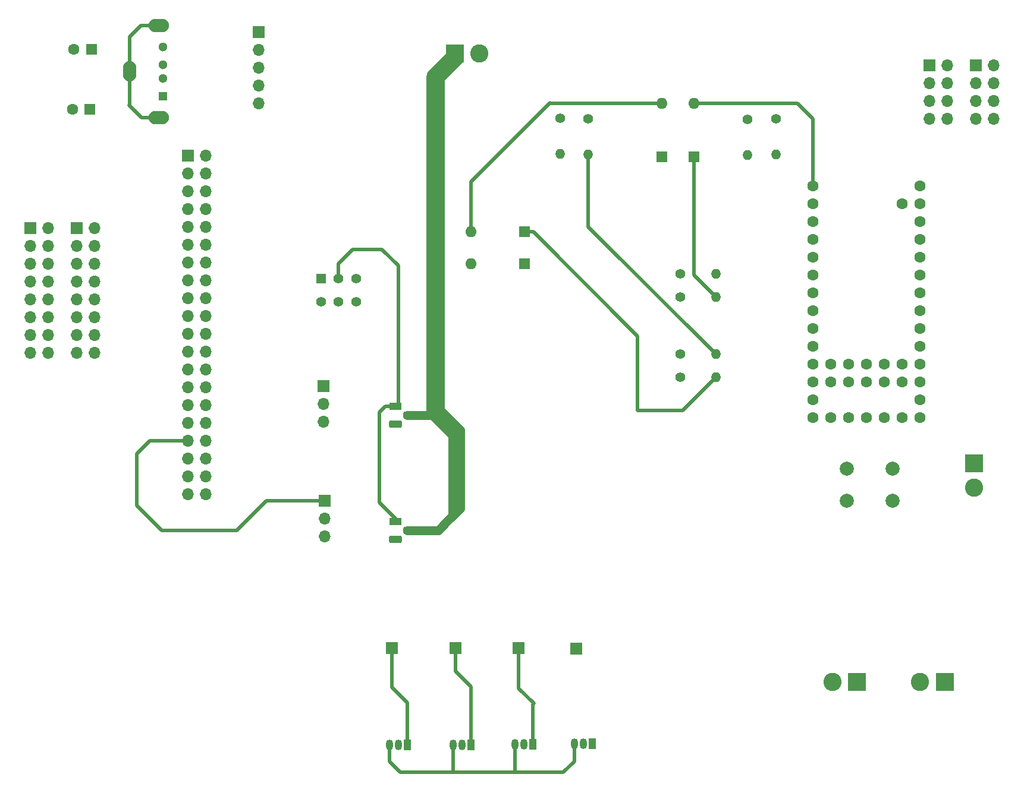
<source format=gbr>
%TF.GenerationSoftware,KiCad,Pcbnew,6.0.2-378541a8eb~116~ubuntu20.04.1*%
%TF.CreationDate,2022-03-03T13:02:12+02:00*%
%TF.ProjectId,system,73797374-656d-42e6-9b69-6361645f7063,rev?*%
%TF.SameCoordinates,Original*%
%TF.FileFunction,Copper,L2,Bot*%
%TF.FilePolarity,Positive*%
%FSLAX46Y46*%
G04 Gerber Fmt 4.6, Leading zero omitted, Abs format (unit mm)*
G04 Created by KiCad (PCBNEW 6.0.2-378541a8eb~116~ubuntu20.04.1) date 2022-03-03 13:02:12*
%MOMM*%
%LPD*%
G01*
G04 APERTURE LIST*
G04 Aperture macros list*
%AMRoundRect*
0 Rectangle with rounded corners*
0 $1 Rounding radius*
0 $2 $3 $4 $5 $6 $7 $8 $9 X,Y pos of 4 corners*
0 Add a 4 corners polygon primitive as box body*
4,1,4,$2,$3,$4,$5,$6,$7,$8,$9,$2,$3,0*
0 Add four circle primitives for the rounded corners*
1,1,$1+$1,$2,$3*
1,1,$1+$1,$4,$5*
1,1,$1+$1,$6,$7*
1,1,$1+$1,$8,$9*
0 Add four rect primitives between the rounded corners*
20,1,$1+$1,$2,$3,$4,$5,0*
20,1,$1+$1,$4,$5,$6,$7,0*
20,1,$1+$1,$6,$7,$8,$9,0*
20,1,$1+$1,$8,$9,$2,$3,0*%
G04 Aperture macros list end*
%TA.AperFunction,ComponentPad*%
%ADD10R,1.700000X1.700000*%
%TD*%
%TA.AperFunction,ComponentPad*%
%ADD11C,1.400000*%
%TD*%
%TA.AperFunction,ComponentPad*%
%ADD12O,1.400000X1.400000*%
%TD*%
%TA.AperFunction,ComponentPad*%
%ADD13O,1.700000X1.700000*%
%TD*%
%TA.AperFunction,ComponentPad*%
%ADD14R,1.050000X1.500000*%
%TD*%
%TA.AperFunction,ComponentPad*%
%ADD15O,1.050000X1.500000*%
%TD*%
%TA.AperFunction,ComponentPad*%
%ADD16R,1.600000X1.600000*%
%TD*%
%TA.AperFunction,ComponentPad*%
%ADD17C,1.600000*%
%TD*%
%TA.AperFunction,ComponentPad*%
%ADD18O,1.600000X1.600000*%
%TD*%
%TA.AperFunction,ComponentPad*%
%ADD19R,2.600000X2.600000*%
%TD*%
%TA.AperFunction,ComponentPad*%
%ADD20C,2.600000*%
%TD*%
%TA.AperFunction,ComponentPad*%
%ADD21R,1.800000X1.100000*%
%TD*%
%TA.AperFunction,ComponentPad*%
%ADD22RoundRect,0.275000X-0.625000X0.275000X-0.625000X-0.275000X0.625000X-0.275000X0.625000X0.275000X0*%
%TD*%
%TA.AperFunction,ComponentPad*%
%ADD23C,2.000000*%
%TD*%
%TA.AperFunction,ComponentPad*%
%ADD24R,1.300000X1.300000*%
%TD*%
%TA.AperFunction,ComponentPad*%
%ADD25C,1.300000*%
%TD*%
%TA.AperFunction,ComponentPad*%
%ADD26O,2.900000X1.900000*%
%TD*%
%TA.AperFunction,ComponentPad*%
%ADD27O,1.900000X2.900000*%
%TD*%
%TA.AperFunction,ComponentPad*%
%ADD28R,1.400000X1.400000*%
%TD*%
%TA.AperFunction,Conductor*%
%ADD29C,0.500000*%
%TD*%
%TA.AperFunction,Conductor*%
%ADD30C,1.300000*%
%TD*%
%TA.AperFunction,Conductor*%
%ADD31C,2.600000*%
%TD*%
G04 APERTURE END LIST*
D10*
%TO.P,Sol4,1*%
%TO.N,Net-(Q1-Pad1)*%
X178800000Y-125400000D03*
%TD*%
%TO.P,Sol2,1*%
%TO.N,Net-(Q3-Pad1)*%
X169900000Y-125400000D03*
%TD*%
D11*
%TO.P,R6,1*%
%TO.N,/Encoder_2_A*%
X201832000Y-83474000D03*
D12*
%TO.P,R6,2*%
%TO.N,Net-(D3-Pad1)*%
X206912000Y-83474000D03*
%TD*%
D11*
%TO.P,R7,1*%
%TO.N,Net-(R1-Pad1)*%
X184772000Y-49834000D03*
D12*
%TO.P,R7,2*%
%TO.N,Net-(D4-Pad1)*%
X184772000Y-54914000D03*
%TD*%
D10*
%TO.P,J12,1,Pin_1*%
%TO.N,unconnected-(J12-Pad1)*%
X243925000Y-42300000D03*
D13*
%TO.P,J12,2,Pin_2*%
%TO.N,unconnected-(J12-Pad2)*%
X246465000Y-42300000D03*
%TO.P,J12,3,Pin_3*%
%TO.N,unconnected-(J12-Pad3)*%
X243925000Y-44840000D03*
%TO.P,J12,4,Pin_4*%
%TO.N,unconnected-(J12-Pad4)*%
X246465000Y-44840000D03*
%TO.P,J12,5,Pin_5*%
%TO.N,unconnected-(J12-Pad5)*%
X243925000Y-47380000D03*
%TO.P,J12,6,Pin_6*%
%TO.N,unconnected-(J12-Pad6)*%
X246465000Y-47380000D03*
%TO.P,J12,7,Pin_7*%
%TO.N,unconnected-(J12-Pad7)*%
X243925000Y-49920000D03*
%TO.P,J12,8,Pin_8*%
%TO.N,unconnected-(J12-Pad8)*%
X246465000Y-49920000D03*
%TD*%
D11*
%TO.P,R4,1*%
%TO.N,/Encoder_1_B*%
X201832000Y-75376000D03*
D12*
%TO.P,R4,2*%
%TO.N,Net-(D2-Pad1)*%
X206912000Y-75376000D03*
%TD*%
D11*
%TO.P,R8,1*%
%TO.N,/Encoder_2_B*%
X201832000Y-86776000D03*
D12*
%TO.P,R8,2*%
%TO.N,Net-(D4-Pad1)*%
X206912000Y-86776000D03*
%TD*%
D14*
%TO.P,Q1,1,D*%
%TO.N,Net-(Q1-Pad1)*%
X180900000Y-139100000D03*
D15*
%TO.P,Q1,2,G*%
%TO.N,/GPIO_19*%
X179630000Y-139100000D03*
%TO.P,Q1,3,S*%
%TO.N,GND*%
X178360000Y-139100000D03*
%TD*%
D10*
%TO.P,J4,1,Pin_1*%
%TO.N,/GPIO_13*%
X151190000Y-104387500D03*
D13*
%TO.P,J4,2,Pin_2*%
%TO.N,Net-(J4-Pad2)*%
X151190000Y-106927500D03*
%TO.P,J4,3,Pin_3*%
%TO.N,GND*%
X151190000Y-109467500D03*
%TD*%
D10*
%TO.P,Reg1,1,EN*%
%TO.N,unconnected-(Reg1-Pad1)*%
X141825000Y-37550000D03*
D13*
%TO.P,Reg1,2,V_in*%
%TO.N,+8V*%
X141825000Y-40090000D03*
%TO.P,Reg1,3,GND*%
%TO.N,GND*%
X141825000Y-42630000D03*
%TO.P,Reg1,4,GND*%
X141825000Y-45170000D03*
%TO.P,Reg1,5,V_out*%
%TO.N,Net-(Reg1-Pad5)*%
X141825000Y-47710000D03*
%TD*%
D16*
%TO.P,C1,1*%
%TO.N,Net-(C1-Pad1)*%
X117800000Y-48600000D03*
D17*
%TO.P,C1,2*%
%TO.N,GND*%
X115300000Y-48600000D03*
%TD*%
D14*
%TO.P,Q3,1,D*%
%TO.N,Net-(Q3-Pad1)*%
X172100000Y-139200000D03*
D15*
%TO.P,Q3,2,G*%
%TO.N,/GPIO_6*%
X170830000Y-139200000D03*
%TO.P,Q3,3,S*%
%TO.N,GND*%
X169560000Y-139200000D03*
%TD*%
D16*
%TO.P,D1,1,K*%
%TO.N,Net-(D1-Pad1)*%
X199272000Y-55384000D03*
D18*
%TO.P,D1,2,A*%
%TO.N,GND*%
X199272000Y-47764000D03*
%TD*%
D10*
%TO.P,J10,1,Pin_1*%
%TO.N,unconnected-(J10-Pad1)*%
X109325000Y-65525000D03*
D13*
%TO.P,J10,2,Pin_2*%
%TO.N,unconnected-(J10-Pad2)*%
X111865000Y-65525000D03*
%TO.P,J10,3,Pin_3*%
%TO.N,unconnected-(J10-Pad3)*%
X109325000Y-68065000D03*
%TO.P,J10,4,Pin_4*%
%TO.N,unconnected-(J10-Pad4)*%
X111865000Y-68065000D03*
%TO.P,J10,5,Pin_5*%
%TO.N,unconnected-(J10-Pad5)*%
X109325000Y-70605000D03*
%TO.P,J10,6,Pin_6*%
%TO.N,unconnected-(J10-Pad6)*%
X111865000Y-70605000D03*
%TO.P,J10,7,Pin_7*%
%TO.N,unconnected-(J10-Pad7)*%
X109325000Y-73145000D03*
%TO.P,J10,8,Pin_8*%
%TO.N,unconnected-(J10-Pad8)*%
X111865000Y-73145000D03*
%TO.P,J10,9,Pin_9*%
%TO.N,unconnected-(J10-Pad9)*%
X109325000Y-75685000D03*
%TO.P,J10,10,Pin_10*%
%TO.N,unconnected-(J10-Pad10)*%
X111865000Y-75685000D03*
%TO.P,J10,11,Pin_11*%
%TO.N,unconnected-(J10-Pad11)*%
X109325000Y-78225000D03*
%TO.P,J10,12,Pin_12*%
%TO.N,unconnected-(J10-Pad12)*%
X111865000Y-78225000D03*
%TO.P,J10,13,Pin_13*%
%TO.N,unconnected-(J10-Pad13)*%
X109325000Y-80765000D03*
%TO.P,J10,14,Pin_14*%
%TO.N,unconnected-(J10-Pad14)*%
X111865000Y-80765000D03*
%TO.P,J10,15,Pin_15*%
%TO.N,unconnected-(J10-Pad15)*%
X109325000Y-83305000D03*
%TO.P,J10,16,Pin_16*%
%TO.N,unconnected-(J10-Pad16)*%
X111865000Y-83305000D03*
%TD*%
D19*
%TO.P,J5,1,Pin_1*%
%TO.N,/Encoder_2_B*%
X239500000Y-130200000D03*
D20*
%TO.P,J5,2,Pin_2*%
%TO.N,/Encoder_2_A*%
X236000000Y-130200000D03*
%TD*%
D21*
%TO.P,Q6,1,G*%
%TO.N,Net-(Q5-Pad1)*%
X161290000Y-107312500D03*
D22*
%TO.P,Q6,2,D*%
%TO.N,+8V*%
X163360000Y-108582500D03*
%TO.P,Q6,3,S*%
%TO.N,Net-(J4-Pad2)*%
X161290000Y-109852500D03*
%TD*%
D11*
%TO.P,R3,1*%
%TO.N,/Encoder_1_A*%
X201832000Y-72074000D03*
D12*
%TO.P,R3,2*%
%TO.N,Net-(D1-Pad1)*%
X206912000Y-72074000D03*
%TD*%
D23*
%TO.P,SW2,1,1*%
%TO.N,Net-(SW2-Pad1)*%
X225550000Y-104350000D03*
X232050000Y-104350000D03*
%TO.P,SW2,2,2*%
%TO.N,Net-(SW2-Pad2)*%
X225550000Y-99850000D03*
X232050000Y-99850000D03*
%TD*%
D17*
%TO.P,U1,1,GND*%
%TO.N,GND*%
X220760000Y-59480000D03*
%TO.P,U1,2,0_RX1_CRX2_CS1*%
%TO.N,unconnected-(U1-Pad2)*%
X220760000Y-62020000D03*
%TO.P,U1,3,1_TX1_CTX2_MISO1*%
%TO.N,unconnected-(U1-Pad3)*%
X220760000Y-64560000D03*
%TO.P,U1,4,2_OUT2*%
%TO.N,unconnected-(U1-Pad4)*%
X220760000Y-67100000D03*
%TO.P,U1,5,3_LRCLK2*%
%TO.N,unconnected-(U1-Pad5)*%
X220760000Y-69640000D03*
%TO.P,U1,6,4_BCLK2*%
%TO.N,unconnected-(U1-Pad6)*%
X220760000Y-72180000D03*
%TO.P,U1,7,5_IN2*%
%TO.N,Net-(D1-Pad1)*%
X220760000Y-74720000D03*
%TO.P,U1,8,6_OUT1D*%
%TO.N,Net-(D2-Pad1)*%
X220760000Y-77260000D03*
%TO.P,U1,9,7_RX2_OUT1A*%
%TO.N,unconnected-(U1-Pad9)*%
X220760000Y-79800000D03*
%TO.P,U1,10,8_TX2_IN1*%
%TO.N,Net-(D3-Pad1)*%
X220760000Y-82340000D03*
%TO.P,U1,11,9_OUT1C*%
%TO.N,Net-(D4-Pad1)*%
X220760000Y-84880000D03*
%TO.P,U1,12,10_CS_MQSR*%
%TO.N,unconnected-(U1-Pad12)*%
X220760000Y-87420000D03*
%TO.P,U1,13,11_MOSI_CTX1*%
%TO.N,Net-(SW2-Pad1)*%
X220760000Y-89960000D03*
%TO.P,U1,14,12_MISO_MQSL*%
%TO.N,Net-(SW2-Pad2)*%
X220760000Y-92500000D03*
%TO.P,U1,15,VBAT*%
%TO.N,unconnected-(U1-Pad15)*%
X223300000Y-92500000D03*
%TO.P,U1,16,3V3*%
%TO.N,unconnected-(U1-Pad16)*%
X225840000Y-92500000D03*
%TO.P,U1,17,GND*%
%TO.N,unconnected-(U1-Pad17)*%
X228380000Y-92500000D03*
%TO.P,U1,18,PROGRAM*%
%TO.N,unconnected-(U1-Pad18)*%
X230920000Y-92500000D03*
%TO.P,U1,19,ON_OFF*%
%TO.N,unconnected-(U1-Pad19)*%
X233460000Y-92500000D03*
%TO.P,U1,20,13_SCK_CRX1_LED*%
%TO.N,unconnected-(U1-Pad20)*%
X236000000Y-92500000D03*
%TO.P,U1,21,14_A0_TX3_SPDIF_OUT*%
%TO.N,unconnected-(U1-Pad21)*%
X236000000Y-89960000D03*
%TO.P,U1,22,15_A1_RX3_SPDIF_IN*%
%TO.N,unconnected-(U1-Pad22)*%
X236000000Y-87420000D03*
%TO.P,U1,23,16_A2_RX4_SCL1*%
%TO.N,unconnected-(U1-Pad23)*%
X236000000Y-84880000D03*
%TO.P,U1,24,17_A3_TX4_SDA1*%
%TO.N,unconnected-(U1-Pad24)*%
X236000000Y-82340000D03*
%TO.P,U1,25,18_A4_SDA0*%
%TO.N,unconnected-(U1-Pad25)*%
X236000000Y-79800000D03*
%TO.P,U1,26,19_A5_SCL0*%
%TO.N,unconnected-(U1-Pad26)*%
X236000000Y-77260000D03*
%TO.P,U1,27,20_A6_TX5_LRCLK1*%
%TO.N,unconnected-(U1-Pad27)*%
X236000000Y-74720000D03*
%TO.P,U1,28,21_A7_RX5_BCLK1*%
%TO.N,unconnected-(U1-Pad28)*%
X236000000Y-72180000D03*
%TO.P,U1,29,22_A8_CTX1*%
%TO.N,/Servo_Left*%
X236000000Y-69640000D03*
%TO.P,U1,30,23_A9_CRX1_MCLK1*%
%TO.N,/Servo_Right*%
X236000000Y-67100000D03*
%TO.P,U1,31,3V3*%
%TO.N,unconnected-(U1-Pad31)*%
X236000000Y-64560000D03*
%TO.P,U1,32,GND*%
%TO.N,GND*%
X236000000Y-62020000D03*
%TO.P,U1,33,VIN*%
%TO.N,Net-(R1-Pad1)*%
X236000000Y-59480000D03*
%TO.P,U1,34,VUSB*%
%TO.N,unconnected-(U1-Pad34)*%
X233460000Y-62020000D03*
%TO.P,U1,35,24_A10_TX6_SCL2*%
%TO.N,unconnected-(U1-Pad35)*%
X233460000Y-87420000D03*
%TO.P,U1,36,25_A11_RX6_SDA2*%
%TO.N,unconnected-(U1-Pad36)*%
X233460000Y-84880000D03*
%TO.P,U1,37,26_A12_MOSI1*%
%TO.N,unconnected-(U1-Pad37)*%
X230920000Y-87420000D03*
%TO.P,U1,38,27_A13_SCK1*%
%TO.N,unconnected-(U1-Pad38)*%
X230920000Y-84880000D03*
%TO.P,U1,39,28_RX7*%
%TO.N,unconnected-(U1-Pad39)*%
X228380000Y-87420000D03*
%TO.P,U1,40,29_TX7*%
%TO.N,unconnected-(U1-Pad40)*%
X228380000Y-84880000D03*
%TO.P,U1,41,30_CRX3*%
%TO.N,unconnected-(U1-Pad41)*%
X225840000Y-87420000D03*
%TO.P,U1,42,31_CTX3*%
%TO.N,unconnected-(U1-Pad42)*%
X225840000Y-84880000D03*
%TO.P,U1,43,32_OUT1B*%
%TO.N,unconnected-(U1-Pad43)*%
X223300000Y-87420000D03*
%TO.P,U1,44,33_MCLK2*%
%TO.N,unconnected-(U1-Pad44)*%
X223300000Y-84880000D03*
%TD*%
D16*
%TO.P,D2,1,K*%
%TO.N,Net-(D2-Pad1)*%
X203772000Y-55384000D03*
D18*
%TO.P,D2,2,A*%
%TO.N,GND*%
X203772000Y-47764000D03*
%TD*%
D11*
%TO.P,R2,1*%
%TO.N,Net-(R1-Pad1)*%
X211400000Y-50000000D03*
D12*
%TO.P,R2,2*%
%TO.N,Net-(D2-Pad1)*%
X211400000Y-55080000D03*
%TD*%
D24*
%TO.P,J8,1,VBUS*%
%TO.N,Net-(Reg1-Pad5)*%
X128200000Y-46700000D03*
D25*
%TO.P,J8,2,D-*%
%TO.N,Net-(C1-Pad1)*%
X128200000Y-44200000D03*
%TO.P,J8,3,D+*%
%TO.N,Net-(C2-Pad1)*%
X128200000Y-42200000D03*
%TO.P,J8,4,GND*%
%TO.N,GND*%
X128200000Y-39700000D03*
D26*
%TO.P,J8,5,Shield*%
X127600000Y-49770000D03*
D27*
X123420000Y-43200000D03*
D26*
X127600000Y-36630000D03*
%TD*%
D16*
%TO.P,C2,1*%
%TO.N,Net-(C2-Pad1)*%
X118028856Y-40000000D03*
D17*
%TO.P,C2,2*%
%TO.N,GND*%
X115528856Y-40000000D03*
%TD*%
D10*
%TO.P,Sol3,1*%
%TO.N,Net-(Q4-Pad1)*%
X160775000Y-125350000D03*
%TD*%
D19*
%TO.P,J6,1,Pin_1*%
%TO.N,/Servo_Right*%
X243655000Y-99050000D03*
D20*
%TO.P,J6,2,Pin_2*%
%TO.N,/Servo_Left*%
X243655000Y-102550000D03*
%TD*%
D16*
%TO.P,D3,1,K*%
%TO.N,Net-(D3-Pad1)*%
X179682000Y-70574000D03*
D18*
%TO.P,D3,2,A*%
%TO.N,GND*%
X172062000Y-70574000D03*
%TD*%
D11*
%TO.P,R1,1*%
%TO.N,Net-(R1-Pad1)*%
X215500000Y-49960000D03*
D12*
%TO.P,R1,2*%
%TO.N,Net-(D1-Pad1)*%
X215500000Y-55040000D03*
%TD*%
D28*
%TO.P,SW1,1,A*%
%TO.N,/3.3V*%
X150692500Y-72750000D03*
D11*
%TO.P,SW1,2,B*%
%TO.N,Net-(Q5-Pad1)*%
X153192500Y-72750000D03*
%TO.P,SW1,3*%
%TO.N,N/C*%
X155692500Y-72750000D03*
%TO.P,SW1,4*%
X150692500Y-76050000D03*
%TO.P,SW1,5*%
X153192500Y-76050000D03*
%TO.P,SW1,6*%
X155692500Y-76050000D03*
%TD*%
D10*
%TO.P,J1,1,Pin_1*%
%TO.N,/3.3V*%
X131800000Y-55200000D03*
D13*
%TO.P,J1,2,Pin_2*%
%TO.N,/5V*%
X134340000Y-55200000D03*
%TO.P,J1,3,Pin_3*%
%TO.N,/GPIO_2*%
X131800000Y-57740000D03*
%TO.P,J1,4,Pin_4*%
%TO.N,/5V*%
X134340000Y-57740000D03*
%TO.P,J1,5,Pin_5*%
%TO.N,/GPIO_3*%
X131800000Y-60280000D03*
%TO.P,J1,6,Pin_6*%
%TO.N,/Ground*%
X134340000Y-60280000D03*
%TO.P,J1,7,Pin_7*%
%TO.N,/GPIO_4*%
X131800000Y-62820000D03*
%TO.P,J1,8,Pin_8*%
%TO.N,/GPIO_14*%
X134340000Y-62820000D03*
%TO.P,J1,9,Pin_9*%
%TO.N,/Ground*%
X131800000Y-65360000D03*
%TO.P,J1,10,Pin_10*%
%TO.N,/GPIO_15*%
X134340000Y-65360000D03*
%TO.P,J1,11,Pin_11*%
%TO.N,/GPIO_17*%
X131800000Y-67900000D03*
%TO.P,J1,12,Pin_12*%
%TO.N,/GPIO_18*%
X134340000Y-67900000D03*
%TO.P,J1,13,Pin_13*%
%TO.N,/GPIO_27*%
X131800000Y-70440000D03*
%TO.P,J1,14,Pin_14*%
%TO.N,/Ground*%
X134340000Y-70440000D03*
%TO.P,J1,15,Pin_15*%
%TO.N,/GPIO_22*%
X131800000Y-72980000D03*
%TO.P,J1,16,Pin_16*%
%TO.N,/GPIO_23*%
X134340000Y-72980000D03*
%TO.P,J1,17,Pin_17*%
%TO.N,/3.3V*%
X131800000Y-75520000D03*
%TO.P,J1,18,Pin_18*%
%TO.N,/GPIO_24*%
X134340000Y-75520000D03*
%TO.P,J1,19,Pin_19*%
%TO.N,/GPIO_10*%
X131800000Y-78060000D03*
%TO.P,J1,20,Pin_20*%
%TO.N,/Ground*%
X134340000Y-78060000D03*
%TO.P,J1,21,Pin_21*%
%TO.N,/GPIO_9*%
X131800000Y-80600000D03*
%TO.P,J1,22,Pin_22*%
%TO.N,/GPIO_25*%
X134340000Y-80600000D03*
%TO.P,J1,23,Pin_23*%
%TO.N,/GPIO_11*%
X131800000Y-83140000D03*
%TO.P,J1,24,Pin_24*%
%TO.N,/GPIO_8*%
X134340000Y-83140000D03*
%TO.P,J1,25,Pin_25*%
%TO.N,/Ground*%
X131800000Y-85680000D03*
%TO.P,J1,26,Pin_26*%
%TO.N,/GPIO_7*%
X134340000Y-85680000D03*
%TO.P,J1,27,Pin_27*%
%TO.N,/GPIO_0*%
X131800000Y-88220000D03*
%TO.P,J1,28,Pin_28*%
%TO.N,/GPIO_1*%
X134340000Y-88220000D03*
%TO.P,J1,29,Pin_29*%
%TO.N,/GPIO_5*%
X131800000Y-90760000D03*
%TO.P,J1,30,Pin_30*%
%TO.N,/Ground*%
X134340000Y-90760000D03*
%TO.P,J1,31,Pin_31*%
%TO.N,/GPIO_6*%
X131800000Y-93300000D03*
%TO.P,J1,32,Pin_32*%
%TO.N,/GPIO_12*%
X134340000Y-93300000D03*
%TO.P,J1,33,Pin_33*%
%TO.N,/GPIO_13*%
X131800000Y-95840000D03*
%TO.P,J1,34,Pin_34*%
%TO.N,/Ground*%
X134340000Y-95840000D03*
%TO.P,J1,35,Pin_35*%
%TO.N,/GPIO_19*%
X131800000Y-98380000D03*
%TO.P,J1,36,Pin_36*%
%TO.N,/GPIO_16*%
X134340000Y-98380000D03*
%TO.P,J1,37,Pin_37*%
%TO.N,/GPIO_26*%
X131800000Y-100920000D03*
%TO.P,J1,38,Pin_38*%
%TO.N,/GPIO_20*%
X134340000Y-100920000D03*
%TO.P,J1,39,Pin_39*%
%TO.N,/Ground*%
X131800000Y-103460000D03*
%TO.P,J1,40,Pin_40*%
%TO.N,/GPIO_21*%
X134340000Y-103460000D03*
%TD*%
D10*
%TO.P,J3,1,Pin_1*%
%TO.N,/GPIO_12*%
X151090000Y-88087500D03*
D13*
%TO.P,J3,2,Pin_2*%
%TO.N,Net-(J3-Pad2)*%
X151090000Y-90627500D03*
%TO.P,J3,3,Pin_3*%
%TO.N,GND*%
X151090000Y-93167500D03*
%TD*%
D10*
%TO.P,Sol1,1*%
%TO.N,Net-(Q2-Pad1)*%
X187075000Y-125450000D03*
%TD*%
D16*
%TO.P,D4,1,K*%
%TO.N,Net-(D4-Pad1)*%
X179682000Y-66074000D03*
D18*
%TO.P,D4,2,A*%
%TO.N,GND*%
X172062000Y-66074000D03*
%TD*%
D11*
%TO.P,R5,1*%
%TO.N,Net-(R1-Pad1)*%
X188772000Y-49974000D03*
D12*
%TO.P,R5,2*%
%TO.N,Net-(D3-Pad1)*%
X188772000Y-55054000D03*
%TD*%
D19*
%TO.P,J2,1,Pin_1*%
%TO.N,/Encoder_1_B*%
X227000000Y-130200000D03*
D20*
%TO.P,J2,2,Pin_2*%
%TO.N,/Encoder_1_A*%
X223500000Y-130200000D03*
%TD*%
D14*
%TO.P,Q2,1,D*%
%TO.N,Net-(Q2-Pad1)*%
X189300000Y-139050000D03*
D15*
%TO.P,Q2,2,G*%
%TO.N,/GPIO_26*%
X188030000Y-139050000D03*
%TO.P,Q2,3,S*%
%TO.N,GND*%
X186760000Y-139050000D03*
%TD*%
D21*
%TO.P,Q5,1,G*%
%TO.N,Net-(Q5-Pad1)*%
X161290000Y-90912500D03*
D22*
%TO.P,Q5,2,D*%
%TO.N,+8V*%
X163360000Y-92182500D03*
%TO.P,Q5,3,S*%
%TO.N,Net-(J3-Pad2)*%
X161290000Y-93452500D03*
%TD*%
D14*
%TO.P,Q4,1,D*%
%TO.N,Net-(Q4-Pad1)*%
X163000000Y-139200000D03*
D15*
%TO.P,Q4,2,G*%
%TO.N,/GPIO_5*%
X161730000Y-139200000D03*
%TO.P,Q4,3,S*%
%TO.N,GND*%
X160460000Y-139200000D03*
%TD*%
D10*
%TO.P,J11,1,Pin_1*%
%TO.N,unconnected-(J11-Pad1)*%
X237350000Y-42300000D03*
D13*
%TO.P,J11,2,Pin_2*%
%TO.N,unconnected-(J11-Pad2)*%
X239890000Y-42300000D03*
%TO.P,J11,3,Pin_3*%
%TO.N,unconnected-(J11-Pad3)*%
X237350000Y-44840000D03*
%TO.P,J11,4,Pin_4*%
%TO.N,unconnected-(J11-Pad4)*%
X239890000Y-44840000D03*
%TO.P,J11,5,Pin_5*%
%TO.N,unconnected-(J11-Pad5)*%
X237350000Y-47380000D03*
%TO.P,J11,6,Pin_6*%
%TO.N,unconnected-(J11-Pad6)*%
X239890000Y-47380000D03*
%TO.P,J11,7,Pin_7*%
%TO.N,unconnected-(J11-Pad7)*%
X237350000Y-49920000D03*
%TO.P,J11,8,Pin_8*%
%TO.N,unconnected-(J11-Pad8)*%
X239890000Y-49920000D03*
%TD*%
D10*
%TO.P,J9,1,Pin_1*%
%TO.N,unconnected-(J9-Pad1)*%
X115925000Y-65525000D03*
D13*
%TO.P,J9,2,Pin_2*%
%TO.N,unconnected-(J9-Pad2)*%
X118465000Y-65525000D03*
%TO.P,J9,3,Pin_3*%
%TO.N,unconnected-(J9-Pad3)*%
X115925000Y-68065000D03*
%TO.P,J9,4,Pin_4*%
%TO.N,unconnected-(J9-Pad4)*%
X118465000Y-68065000D03*
%TO.P,J9,5,Pin_5*%
%TO.N,unconnected-(J9-Pad5)*%
X115925000Y-70605000D03*
%TO.P,J9,6,Pin_6*%
%TO.N,unconnected-(J9-Pad6)*%
X118465000Y-70605000D03*
%TO.P,J9,7,Pin_7*%
%TO.N,unconnected-(J9-Pad7)*%
X115925000Y-73145000D03*
%TO.P,J9,8,Pin_8*%
%TO.N,unconnected-(J9-Pad8)*%
X118465000Y-73145000D03*
%TO.P,J9,9,Pin_9*%
%TO.N,unconnected-(J9-Pad9)*%
X115925000Y-75685000D03*
%TO.P,J9,10,Pin_10*%
%TO.N,unconnected-(J9-Pad10)*%
X118465000Y-75685000D03*
%TO.P,J9,11,Pin_11*%
%TO.N,unconnected-(J9-Pad11)*%
X115925000Y-78225000D03*
%TO.P,J9,12,Pin_12*%
%TO.N,unconnected-(J9-Pad12)*%
X118465000Y-78225000D03*
%TO.P,J9,13,Pin_13*%
%TO.N,unconnected-(J9-Pad13)*%
X115925000Y-80765000D03*
%TO.P,J9,14,Pin_14*%
%TO.N,unconnected-(J9-Pad14)*%
X118465000Y-80765000D03*
%TO.P,J9,15,Pin_15*%
%TO.N,unconnected-(J9-Pad15)*%
X115925000Y-83305000D03*
%TO.P,J9,16,Pin_16*%
%TO.N,unconnected-(J9-Pad16)*%
X118465000Y-83305000D03*
%TD*%
D19*
%TO.P,J7,1,Pin_1*%
%TO.N,+8V*%
X169750000Y-40645000D03*
D20*
%TO.P,J7,2,Pin_2*%
%TO.N,GND*%
X173250000Y-40645000D03*
%TD*%
D29*
%TO.N,GND*%
X123420000Y-38280000D02*
X123420000Y-43200000D01*
X178360000Y-139100000D02*
X178360000Y-143040000D01*
X178300000Y-143100000D02*
X185200000Y-143100000D01*
X183300000Y-47700000D02*
X183364000Y-47764000D01*
X186760000Y-141540000D02*
X186760000Y-139050000D01*
X185200000Y-143100000D02*
X186760000Y-141540000D01*
X183364000Y-47764000D02*
X199272000Y-47764000D01*
X169560000Y-139200000D02*
X169560000Y-142940000D01*
X178360000Y-143040000D02*
X178300000Y-143100000D01*
X127600000Y-49770000D02*
X125170000Y-49770000D01*
X220760000Y-49960000D02*
X220760000Y-59480000D01*
X169400000Y-143100000D02*
X178300000Y-143100000D01*
X169560000Y-142940000D02*
X169400000Y-143100000D01*
X162000000Y-143100000D02*
X169400000Y-143100000D01*
X172062000Y-58938000D02*
X183300000Y-47700000D01*
X160460000Y-141560000D02*
X162000000Y-143100000D01*
X160460000Y-139200000D02*
X160460000Y-141560000D01*
X123400000Y-48000000D02*
X123420000Y-47980000D01*
X125070000Y-36630000D02*
X123420000Y-38280000D01*
X172062000Y-66074000D02*
X172062000Y-58938000D01*
X203772000Y-47764000D02*
X218564000Y-47764000D01*
X218564000Y-47764000D02*
X220760000Y-49960000D01*
X123420000Y-47980000D02*
X123420000Y-43200000D01*
X125170000Y-49770000D02*
X123400000Y-48000000D01*
X127600000Y-36630000D02*
X125070000Y-36630000D01*
%TO.N,Net-(D2-Pad1)*%
X203772000Y-55384000D02*
X203772000Y-72236000D01*
X203772000Y-72236000D02*
X206912000Y-75376000D01*
%TO.N,Net-(D4-Pad1)*%
X195800000Y-91500000D02*
X202188000Y-91500000D01*
X179682000Y-66074000D02*
X180982000Y-66074000D01*
X180982000Y-66074000D02*
X195800000Y-80892000D01*
X195800000Y-80892000D02*
X195800000Y-91500000D01*
X202188000Y-91500000D02*
X206912000Y-86776000D01*
%TO.N,/GPIO_13*%
X126360000Y-95840000D02*
X131800000Y-95840000D01*
X142912500Y-104387500D02*
X138700000Y-108600000D01*
X128000000Y-108600000D02*
X124500000Y-105100000D01*
X124500000Y-105100000D02*
X124500000Y-97700000D01*
X138700000Y-108600000D02*
X128000000Y-108600000D01*
X151190000Y-104387500D02*
X142912500Y-104387500D01*
X124500000Y-97700000D02*
X126360000Y-95840000D01*
%TO.N,Net-(Q1-Pad1)*%
X178800000Y-131100000D02*
X181000000Y-133300000D01*
X180900000Y-133400000D02*
X180900000Y-139100000D01*
X178800000Y-125400000D02*
X178800000Y-131100000D01*
X181000000Y-133300000D02*
X180900000Y-133400000D01*
%TO.N,Net-(Q3-Pad1)*%
X172100000Y-139200000D02*
X172100000Y-130900000D01*
X169900000Y-128700000D02*
X169900000Y-125400000D01*
X172100000Y-130900000D02*
X169900000Y-128700000D01*
%TO.N,Net-(Q4-Pad1)*%
X160775000Y-130975000D02*
X160775000Y-125350000D01*
X163000000Y-133200000D02*
X160775000Y-130975000D01*
X163000000Y-139200000D02*
X163000000Y-133200000D01*
%TO.N,Net-(Q5-Pad1)*%
X159000000Y-91800000D02*
X159000000Y-104622500D01*
X161690000Y-90912500D02*
X161690000Y-70890000D01*
X155200000Y-68600000D02*
X153192500Y-70607500D01*
X161690000Y-70890000D02*
X159400000Y-68600000D01*
X153192500Y-70607500D02*
X153192500Y-72750000D01*
X159400000Y-68600000D02*
X155200000Y-68600000D01*
X161690000Y-90912500D02*
X159887500Y-90912500D01*
X159887500Y-90912500D02*
X159000000Y-91800000D01*
X159000000Y-104622500D02*
X161690000Y-107312500D01*
D30*
%TO.N,+8V*%
X167482500Y-92182500D02*
X169700000Y-94400000D01*
X169400000Y-106600000D02*
X168950000Y-107050000D01*
X169400000Y-94600000D02*
X169400000Y-106600000D01*
X169700000Y-94400000D02*
X169600000Y-94400000D01*
X170500000Y-94300000D02*
X170500000Y-105500000D01*
D31*
X166982500Y-91682500D02*
X169700000Y-94400000D01*
D30*
X162960000Y-92182500D02*
X167482500Y-92182500D01*
X167417500Y-108582500D02*
X162960000Y-108582500D01*
D31*
X169700000Y-41200000D02*
X166982500Y-43917500D01*
D30*
X169750000Y-41150000D02*
X169750000Y-40645000D01*
X168950000Y-107050000D02*
X167417500Y-108582500D01*
X169600000Y-94400000D02*
X169400000Y-94600000D01*
D31*
X166982500Y-43917500D02*
X166982500Y-91682500D01*
D30*
X170500000Y-105500000D02*
X169400000Y-106600000D01*
X168000000Y-91800000D02*
X170500000Y-94300000D01*
X169700000Y-41200000D02*
X169750000Y-41150000D01*
D29*
%TO.N,Net-(D3-Pad1)*%
X206912000Y-83474000D02*
X188772000Y-65334000D01*
X188772000Y-65334000D02*
X188772000Y-55054000D01*
%TD*%
M02*

</source>
